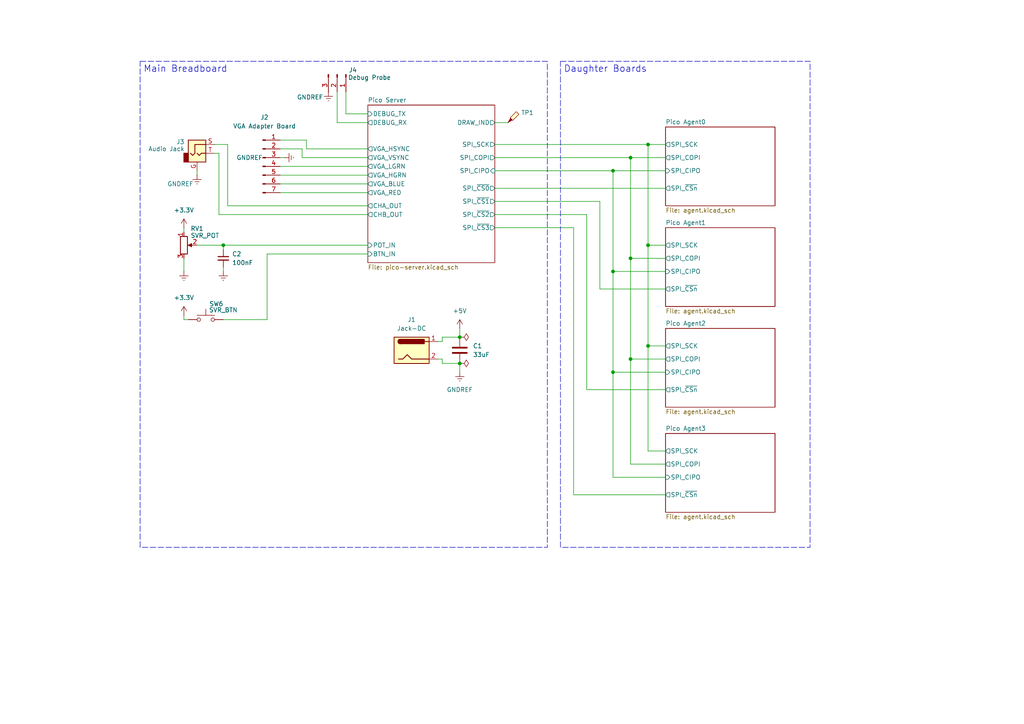
<source format=kicad_sch>
(kicad_sch (version 20250114) (generator "eeschema") (generator_version "9.0")
  (paper "A4")
  (title_block (title "Raspberry Pi Server-Based Game") (date "2025-10-31") (rev "1.0") (company "Cornell University - ECE4760 Final Project"))
  (lib_symbols
    (symbol "Connector:Conn_01x03_Pin" (pin_names (offset 1.016) (hide yes))
      (property "Reference" "J" (at 0 5.08 0))
      (property "Value" "Conn_01x03_Pin" (at 0 -5.08 0))
      (symbol "Conn_01x03_Pin_1_1"
        (rectangle (start 0.8636 2.667) (end 0 2.413) (stroke (width 0.1524)) (fill (type outline)))
        (rectangle (start 0.8636 0.127) (end 0 -0.127) (stroke (width 0.1524)) (fill (type outline)))
        (rectangle (start 0.8636 -2.413) (end 0 -2.667) (stroke (width 0.1524)) (fill (type outline)))
        (polyline (pts (xy 1.27 2.54) (xy 0.8636 2.54)) (stroke (width 0.1524)))
        (polyline (pts (xy 1.27 0) (xy 0.8636 0)) (stroke (width 0.1524)))
        (polyline (pts (xy 1.27 -2.54) (xy 0.8636 -2.54)) (stroke (width 0.1524)))
        (pin passive line (at 5.08 2.54 180) (length 3.81) (name "Pin_1") (number "1"))
        (pin passive line (at 5.08 0 180) (length 3.81) (name "Pin_2") (number "2"))
        (pin passive line (at 5.08 -2.54 180) (length 3.81) (name "Pin_3") (number "3"))
      )
    )
    (symbol "Connector:Conn_01x07_Pin" (pin_names (offset 1.016) (hide yes))
      (property "Reference" "J" (at 0 10.16 0))
      (property "Value" "Conn_01x07_Pin" (at 0 -10.16 0))
      (symbol "Conn_01x07_Pin_1_1"
        (rectangle (start 0.8636 7.747) (end 0 7.493) (stroke (width 0.1524)) (fill (type outline)))
        (rectangle (start 0.8636 5.207) (end 0 4.953) (stroke (width 0.1524)) (fill (type outline)))
        (rectangle (start 0.8636 2.667) (end 0 2.413) (stroke (width 0.1524)) (fill (type outline)))
        (rectangle (start 0.8636 0.127) (end 0 -0.127) (stroke (width 0.1524)) (fill (type outline)))
        (rectangle (start 0.8636 -2.413) (end 0 -2.667) (stroke (width 0.1524)) (fill (type outline)))
        (rectangle (start 0.8636 -4.953) (end 0 -5.207) (stroke (width 0.1524)) (fill (type outline)))
        (rectangle (start 0.8636 -7.493) (end 0 -7.747) (stroke (width 0.1524)) (fill (type outline)))
        (polyline (pts (xy 1.27 7.62) (xy 0.8636 7.62)) (stroke (width 0.1524)))
        (polyline (pts (xy 1.27 5.08) (xy 0.8636 5.08)) (stroke (width 0.1524)))
        (polyline (pts (xy 1.27 2.54) (xy 0.8636 2.54)) (stroke (width 0.1524)))
        (polyline (pts (xy 1.27 0) (xy 0.8636 0)) (stroke (width 0.1524)))
        (polyline (pts (xy 1.27 -2.54) (xy 0.8636 -2.54)) (stroke (width 0.1524)))
        (polyline (pts (xy 1.27 -5.08) (xy 0.8636 -5.08)) (stroke (width 0.1524)))
        (polyline (pts (xy 1.27 -7.62) (xy 0.8636 -7.62)) (stroke (width 0.1524)))
        (pin passive line (at 5.08 7.62 180) (length 3.81) (name "Pin_1") (number "1"))
        (pin passive line (at 5.08 5.08 180) (length 3.81) (name "Pin_2") (number "2"))
        (pin passive line (at 5.08 2.54 180) (length 3.81) (name "Pin_3") (number "3"))
        (pin passive line (at 5.08 0 180) (length 3.81) (name "Pin_4") (number "4"))
        (pin passive line (at 5.08 -2.54 180) (length 3.81) (name "Pin_5") (number "5"))
        (pin passive line (at 5.08 -5.08 180) (length 3.81) (name "Pin_6") (number "6"))
        (pin passive line (at 5.08 -7.62 180) (length 3.81) (name "Pin_7") (number "7"))
      )
    )
    (symbol "Connector:Jack-DC" (pin_names (offset 1.016))
      (property "Reference" "J" (at 0 5.334 0))
      (property "Value" "Jack-DC" (at 0 -5.08 0))
      (symbol "Jack-DC_0_1"
        (rectangle (start -5.08 3.81) (end 5.08 -3.81) (stroke (width 0.254)) (fill (type background)))
        (polyline (pts (xy -3.81 -2.54) (xy -2.54 -2.54) (xy -1.27 -1.27) (xy 0 -2.54) (xy 2.54 -2.54) (xy 5.08 -2.54)) (stroke (width 0.254)))
        (arc (start -3.302 1.905) (mid -3.9343 2.54) (end -3.302 3.175) (stroke (width 0.254)))
        (arc (start -3.302 1.905) (mid -3.9343 2.54) (end -3.302 3.175) (stroke (width 0.254)) (fill (type outline)))
        (rectangle (start 3.683 3.175) (end -3.302 1.905) (stroke (width 0.254)) (fill (type outline)))
        (polyline (pts (xy 5.08 2.54) (xy 3.81 2.54)) (stroke (width 0.254)))
      )
      (symbol "Jack-DC_1_1"
        (pin passive line (at 7.62 2.54 180) (length 2.54) (name "~") (number "1"))
        (pin passive line (at 7.62 -2.54 180) (length 2.54) (name "~") (number "2"))
      )
    )
    (symbol "Connector:TestPoint_Probe" (pin_numbers (hide yes)) (pin_names (offset 0.762) (hide yes))
      (property "Reference" "TP" (at 1.651 5.842 0))
      (property "Value" "TestPoint_Probe" (at 1.651 4.064 0))
      (symbol "TestPoint_Probe_0_1"
        (polyline (pts (xy 1.27 0.762) (xy 0 0) (xy 0.762 1.27) (xy 1.27 0.762)) (fill (type outline)))
        (polyline (pts (xy 1.397 0.635) (xy 0.635 1.397) (xy 2.413 3.175) (xy 3.175 2.413) (xy 1.397 0.635)) (fill (type background)))
      )
      (symbol "TestPoint_Probe_1_1"
        (pin passive line (at 0 0 90) (length 0) (name "1") (number "1"))
      )
    )
    (symbol "Connector_Audio:AudioJack2_Ground"
      (property "Reference" "J" (at 0 8.89 0))
      (property "Value" "AudioJack2_Ground" (at 0 6.35 0))
      (symbol "AudioJack2_Ground_0_1"
        (rectangle (start -2.54 -2.54) (end -3.81 0) (stroke (width 0.254)) (fill (type outline)))
        (polyline (pts (xy 0 0) (xy 0.635 -0.635) (xy 1.27 0) (xy 2.54 0)) (stroke (width 0.254)))
        (rectangle (start 2.54 3.81) (end -2.54 -2.54) (stroke (width 0.254)) (fill (type background)))
        (polyline (pts (xy 2.54 2.54) (xy -0.635 2.54) (xy -0.635 0) (xy -1.27 -0.635) (xy -1.905 0)) (stroke (width 0.254)))
      )
      (symbol "AudioJack2_Ground_1_1"
        (pin passive line (at 0 -5.08 90) (length 2.54) (name "~") (number "G"))
        (pin passive line (at 5.08 2.54 180) (length 2.54) (name "~") (number "S"))
        (pin passive line (at 5.08 0 180) (length 2.54) (name "~") (number "T"))
      )
    )
    (symbol "Device:C" (pin_numbers (hide yes)) (pin_names (offset 0.254))
      (property "Reference" "C" (at 0.635 2.54 0))
      (property "Value" "C" (at 0.635 -2.54 0))
      (symbol "C_0_1"
        (polyline (pts (xy -2.032 0.762) (xy 2.032 0.762)) (stroke (width 0.508)))
        (polyline (pts (xy -2.032 -0.762) (xy 2.032 -0.762)) (stroke (width 0.508)))
      )
      (symbol "C_1_1"
        (pin passive line (at 0 3.81 270) (length 2.794) (name "~") (number "1"))
        (pin passive line (at 0 -3.81 90) (length 2.794) (name "~") (number "2"))
      )
    )
    (symbol "Device:C_Small" (pin_numbers (hide yes)) (pin_names (offset 0.254) (hide yes))
      (property "Reference" "C" (at 0.254 1.778 0))
      (property "Value" "C_Small" (at 0.254 -2.032 0))
      (symbol "C_Small_0_1"
        (polyline (pts (xy -1.524 0.508) (xy 1.524 0.508)) (stroke (width 0.3048)))
        (polyline (pts (xy -1.524 -0.508) (xy 1.524 -0.508)) (stroke (width 0.3302)))
      )
      (symbol "C_Small_1_1"
        (pin passive line (at 0 2.54 270) (length 2.032) (name "~") (number "1"))
        (pin passive line (at 0 -2.54 90) (length 2.032) (name "~") (number "2"))
      )
    )
    (symbol "Device:R_Potentiometer" (pin_names (offset 1.016) (hide yes))
      (property "Reference" "RV" (at -4.445 0 90))
      (property "Value" "R_Potentiometer" (at -2.54 0 90))
      (symbol "R_Potentiometer_0_1"
        (rectangle (start 1.016 2.54) (end -1.016 -2.54) (stroke (width 0.254)))
        (polyline (pts (xy 1.143 0) (xy 2.286 0.508) (xy 2.286 -0.508) (xy 1.143 0)) (fill (type outline)))
        (polyline (pts (xy 2.54 0) (xy 1.524 0)))
      )
      (symbol "R_Potentiometer_1_1"
        (pin passive line (at 0 3.81 270) (length 1.27) (name "1") (number "1"))
        (pin passive line (at 0 -3.81 90) (length 1.27) (name "3") (number "3"))
        (pin passive line (at 3.81 0 180) (length 1.27) (name "2") (number "2"))
      )
    )
    (symbol "Switch:SW_Push" (pin_numbers (hide yes)) (pin_names (offset 1.016) (hide yes))
      (property "Reference" "SW" (at 1.27 2.54 0))
      (property "Value" "SW_Push" (at 0 -1.524 0))
      (symbol "SW_Push_0_1"
        (circle (center -2.032 0) (radius 0.508))
        (polyline (pts (xy 0 1.27) (xy 0 3.048)))
        (circle (center 2.032 0) (radius 0.508))
        (polyline (pts (xy 2.54 1.27) (xy -2.54 1.27)))
        (pin passive line (at -5.08 0 0) (length 2.54) (name "1") (number "1"))
        (pin passive line (at 5.08 0 180) (length 2.54) (name "2") (number "2"))
      )
    )
    (symbol "power:+3.3V" (power) (pin_numbers (hide yes)) (pin_names (offset 0) (hide yes))
      (property "Value" "+3.3V" (at 0 3.556 0))
      (symbol "+3.3V_0_1"
        (polyline (pts (xy -0.762 1.27) (xy 0 2.54)))
        (polyline (pts (xy 0 2.54) (xy 0.762 1.27)))
        (polyline (pts (xy 0 0) (xy 0 2.54)))
      )
      (symbol "+3.3V_1_1"
        (pin power_in line (at 0 0 90) (length 0) (name "~") (number "1"))
      )
    )
    (symbol "power:+5V" (power) (pin_numbers (hide yes)) (pin_names (offset 0) (hide yes))
      (property "Value" "+5V" (at 0 3.556 0))
      (symbol "+5V_0_1"
        (polyline (pts (xy -0.762 1.27) (xy 0 2.54)))
        (polyline (pts (xy 0 2.54) (xy 0.762 1.27)))
        (polyline (pts (xy 0 0) (xy 0 2.54)))
      )
      (symbol "+5V_1_1"
        (pin power_in line (at 0 0 90) (length 0) (name "~") (number "1"))
      )
    )
    (symbol "power:GNDREF" (power) (pin_numbers (hide yes)) (pin_names (offset 0) (hide yes))
      (property "Value" "GNDREF" (at 0 -3.81 0))
      (symbol "GNDREF_0_1"
        (polyline (pts (xy -0.635 -1.905) (xy 0.635 -1.905)))
        (polyline (pts (xy -0.127 -2.54) (xy 0.127 -2.54)))
        (polyline (pts (xy 0 -1.27) (xy 0 0)))
        (polyline (pts (xy 1.27 -1.27) (xy -1.27 -1.27)))
      )
      (symbol "GNDREF_1_1"
        (pin power_in line (at 0 0 270) (length 0) (name "~") (number "1"))
      )
    )
    (symbol "power:PWR_FLAG" (power) (pin_numbers (hide yes)) (pin_names (offset 0) (hide yes))
      (property "Value" "PWR_FLAG" (at 0 3.81 0))
      (symbol "PWR_FLAG_0_0"
        (pin power_out line (at 0 0 90) (length 0) (name "~") (number "1"))
      )
      (symbol "PWR_FLAG_0_1"
        (polyline (pts (xy 0 0) (xy 0 1.27) (xy -1.016 1.905) (xy 0 2.54) (xy 1.016 1.905) (xy 0 1.27)))
      )
    )
  )
  (text_box "Daughter Boards" (at 162.56 17.78 0) (size 72.39 140.97) (margins 0.9525 0.9525 0.9525 0.9525) (stroke (width 0) (type dash)) (effects (font (size 1.905 1.905)) (justify left top)))
  (text_box "Main Breadboard" (at 40.64 17.78 0) (size 118.11 140.97) (margins 0.9525 0.9525 0.9525 0.9525) (stroke (width 0) (type dash)) (effects (font (size 1.905 1.905)) (justify left top)))
  (junction (at 133.35 97.79))
  (junction (at 182.88 45.72))
  (junction (at 64.77 71.12))
  (junction (at 187.96 100.33))
  (junction (at 177.8 78.74))
  (junction (at 187.96 41.91))
  (junction (at 177.8 49.53))
  (junction (at 177.8 107.95))
  (junction (at 133.35 105.41))
  (junction (at 187.96 71.12))
  (junction (at 182.88 74.93))
  (junction (at 182.88 104.14))
  (wire (pts (xy 62.23 41.91) (xy 66.04 41.91)))
  (wire (pts (xy 187.96 71.12) (xy 187.96 41.91)))
  (wire (pts (xy 64.77 72.39) (xy 64.77 71.12)))
  (wire (pts (xy 77.47 92.71) (xy 77.47 73.66)))
  (wire (pts (xy 143.51 58.42) (xy 173.99 58.42)))
  (wire (pts (xy 100.33 33.02) (xy 106.68 33.02)))
  (wire (pts (xy 64.77 78.74) (xy 64.77 77.47)))
  (wire (pts (xy 81.28 50.8) (xy 106.68 50.8)))
  (wire (pts (xy 81.28 55.88) (xy 106.68 55.88)))
  (wire (pts (xy 187.96 130.81) (xy 187.96 100.33)))
  (wire (pts (xy 193.04 138.43) (xy 177.8 138.43)))
  (wire (pts (xy 187.96 71.12) (xy 193.04 71.12)))
  (wire (pts (xy 97.79 35.56) (xy 106.68 35.56)))
  (wire (pts (xy 170.18 62.23) (xy 170.18 113.03)))
  (wire (pts (xy 133.35 107.95) (xy 133.35 105.41)))
  (wire (pts (xy 53.34 74.93) (xy 53.34 78.74)))
  (wire (pts (xy 64.77 71.12) (xy 106.68 71.12)))
  (wire (pts (xy 128.27 104.14) (xy 127 104.14)))
  (wire (pts (xy 177.8 49.53) (xy 143.51 49.53)))
  (wire (pts (xy 182.88 104.14) (xy 182.88 74.93)))
  (wire (pts (xy 182.88 134.62) (xy 182.88 104.14)))
  (wire (pts (xy 133.35 97.79) (xy 128.27 97.79)))
  (wire (pts (xy 128.27 99.06) (xy 127 99.06)))
  (wire (pts (xy 97.79 35.56) (xy 97.79 26.67)))
  (wire (pts (xy 81.28 40.64) (xy 88.9 40.64)))
  (wire (pts (xy 177.8 107.95) (xy 193.04 107.95)))
  (wire (pts (xy 187.96 100.33) (xy 193.04 100.33)))
  (wire (pts (xy 87.63 43.18) (xy 87.63 45.72)))
  (wire (pts (xy 166.37 66.04) (xy 166.37 143.51)))
  (wire (pts (xy 53.34 66.04) (xy 53.34 67.31)))
  (wire (pts (xy 81.28 43.18) (xy 87.63 43.18)))
  (wire (pts (xy 182.88 74.93) (xy 193.04 74.93)))
  (wire (pts (xy 173.99 58.42) (xy 173.99 83.82)))
  (wire (pts (xy 87.63 45.72) (xy 106.68 45.72)))
  (wire (pts (xy 88.9 43.18) (xy 106.68 43.18)))
  (wire (pts (xy 170.18 113.03) (xy 193.04 113.03)))
  (wire (pts (xy 166.37 143.51) (xy 193.04 143.51)))
  (wire (pts (xy 77.47 73.66) (xy 106.68 73.66)))
  (wire (pts (xy 100.33 26.67) (xy 100.33 33.02)))
  (wire (pts (xy 63.5 62.23) (xy 106.68 62.23)))
  (wire (pts (xy 143.51 41.91) (xy 187.96 41.91)))
  (wire (pts (xy 88.9 40.64) (xy 88.9 43.18)))
  (wire (pts (xy 193.04 130.81) (xy 187.96 130.81)))
  (wire (pts (xy 193.04 134.62) (xy 182.88 134.62)))
  (wire (pts (xy 143.51 45.72) (xy 182.88 45.72)))
  (wire (pts (xy 53.34 92.71) (xy 54.61 92.71)))
  (wire (pts (xy 57.15 71.12) (xy 64.77 71.12)))
  (wire (pts (xy 177.8 107.95) (xy 177.8 78.74)))
  (wire (pts (xy 53.34 91.44) (xy 53.34 92.71)))
  (wire (pts (xy 177.8 78.74) (xy 177.8 49.53)))
  (wire (pts (xy 128.27 97.79) (xy 128.27 99.06)))
  (wire (pts (xy 62.23 44.45) (xy 63.5 44.45)))
  (wire (pts (xy 182.88 45.72) (xy 193.04 45.72)))
  (wire (pts (xy 66.04 41.91) (xy 66.04 59.69)))
  (wire (pts (xy 81.28 48.26) (xy 106.68 48.26)))
  (wire (pts (xy 143.51 62.23) (xy 170.18 62.23)))
  (wire (pts (xy 143.51 35.56) (xy 147.32 35.56)))
  (wire (pts (xy 173.99 83.82) (xy 193.04 83.82)))
  (wire (pts (xy 187.96 100.33) (xy 187.96 71.12)))
  (wire (pts (xy 128.27 105.41) (xy 128.27 104.14)))
  (wire (pts (xy 133.35 105.41) (xy 128.27 105.41)))
  (wire (pts (xy 177.8 49.53) (xy 193.04 49.53)))
  (wire (pts (xy 187.96 41.91) (xy 193.04 41.91)))
  (wire (pts (xy 143.51 66.04) (xy 166.37 66.04)))
  (wire (pts (xy 133.35 97.79) (xy 133.35 95.25)))
  (wire (pts (xy 177.8 138.43) (xy 177.8 107.95)))
  (wire (pts (xy 182.88 104.14) (xy 193.04 104.14)))
  (wire (pts (xy 143.51 54.61) (xy 193.04 54.61)))
  (wire (pts (xy 57.15 50.8) (xy 57.15 49.53)))
  (wire (pts (xy 82.55 45.72) (xy 81.28 45.72)))
  (wire (pts (xy 177.8 78.74) (xy 193.04 78.74)))
  (wire (pts (xy 182.88 74.93) (xy 182.88 45.72)))
  (wire (pts (xy 66.04 59.69) (xy 106.68 59.69)))
  (wire (pts (xy 81.28 53.34) (xy 106.68 53.34)))
  (wire (pts (xy 64.77 92.71) (xy 77.47 92.71)))
  (wire (pts (xy 63.5 44.45) (xy 63.5 62.23)))
  (symbol (lib_id "Connector:Jack-DC") (at 119.38 101.6 0) (unit 1)
    (property "Reference" "J1" (at 119.38 92.71 0))
    (property "Value" "Jack-DC" (at 119.38 95.25 0))
    (property "Description" "DC Barrel Jack" (effects (hide yes)))
  )
  (symbol (lib_id "Connector_Audio:AudioJack2_Ground") (at 57.15 44.45 0) (unit 1)
    (property "Reference" "J3" (at 52.324 41.148 0))
    (property "Value" "Audio Jack" (at 48.26 43.18 0))
    (property "Description" "Audio Jack, 2 Poles (Mono / TS), Grounded Sleeve" (effects (hide yes)))
  )
  (symbol (lib_id "power:+3.3V") (at 53.34 66.04 0) (unit 1)
    (property "Reference" "#PWR025" (effects (hide yes)))
    (property "Value" "+3.3V" (at 53.34 60.96 0))
    (property "Description" "Power symbol creates a global label with name \"+3.3V\"" (effects (hide yes)))
  )
  (symbol (lib_id "power:PWR_FLAG") (at 133.35 97.79 270) (unit 1)
    (property "Reference" "#FLG01" (effects (hide yes)))
    (property "Value" "PWR_FLAG" (effects (hide yes)))
    (property "Description" "Special symbol for telling ERC where power comes from" (effects (hide yes)))
  )
  (symbol (lib_id "Device:R_Potentiometer") (at 53.34 71.12 0) (unit 1)
    (property "Reference" "RV1" (at 57.15 66.294 0))
    (property "Value" "SVR_POT" (at 59.436 68.326 0))
    (property "Description" "Potentiometer" (effects (hide yes)))
  )
  (symbol (lib_id "power:GNDREF") (at 53.34 78.74 0) (unit 1)
    (property "Reference" "#PWR027" (effects (hide yes)))
    (property "Value" "GNDREF" (effects (hide yes)))
    (property "Description" "Power symbol creates a global label with name \"GNDREF\" , reference supply ground" (effects (hide yes)))
  )
  (symbol (lib_id "Connector:TestPoint_Probe") (at 147.32 35.56 0) (unit 1)
    (property "Reference" "TP1" (at 151.13 32.7024 0) (effects (justify left)))
    (property "Value" "TestPoint_Probe" (effects (hide yes)))
    (property "Description" "test point (alternative probe-style design)" (effects (hide yes)))
  )
  (symbol (lib_id "Connector:Conn_01x07_Pin") (at 76.2 48.26 0) (unit 1)
    (property "Reference" "J2" (at 76.708 34.036 0))
    (property "Value" "VGA Adapter Board" (at 76.708 36.576 0))
    (property "Description" "Generic connector, single row, 01x07, script generated" (effects (hide yes)))
  )
  (symbol (lib_id "power:GNDREF") (at 82.55 45.72 90) (unit 1)
    (property "Reference" "#PWR023" (effects (hide yes)))
    (property "Value" "GNDREF" (at 68.58 45.72 90) (effects (justify right)))
    (property "Description" "Power symbol creates a global label with name \"GNDREF\" , reference supply ground" (effects (hide yes)))
  )
  (symbol (lib_id "power:GNDREF") (at 133.35 107.95 0) (unit 1)
    (property "Reference" "#PWR05" (effects (hide yes)))
    (property "Value" "GNDREF" (at 133.35 113.03 0))
    (property "Description" "Power symbol creates a global label with name \"GNDREF\" , reference supply ground" (effects (hide yes)))
  )
  (symbol (lib_id "power:GNDREF") (at 64.77 78.74 0) (unit 1)
    (property "Reference" "#PWR028" (effects (hide yes)))
    (property "Value" "GNDREF" (effects (hide yes)))
    (property "Description" "Power symbol creates a global label with name \"GNDREF\" , reference supply ground" (effects (hide yes)))
  )
  (symbol (lib_id "power:GNDREF") (at 95.25 26.67 0) (unit 1)
    (property "Reference" "#PWR024" (effects (hide yes)))
    (property "Value" "GNDREF" (at 93.726 28.194 0) (effects (justify right)))
    (property "Description" "Power symbol creates a global label with name \"GNDREF\" , reference supply ground" (effects (hide yes)))
  )
  (symbol (lib_id "Device:C_Small") (at 64.77 74.93 0) (unit 1)
    (property "Reference" "C2" (at 67.31 73.6662 0) (effects (justify left)))
    (property "Value" "100nF" (at 67.31 76.2062 0) (effects (justify left)))
    (property "Description" "Unpolarized capacitor, small symbol" (effects (hide yes)))
  )
  (symbol (lib_id "Connector:Conn_01x03_Pin") (at 97.79 21.59 270) (unit 1)
    (property "Reference" "J4" (at 102.362 20.32 90))
    (property "Value" "Debug Probe" (at 107.188 22.479 90))
    (property "Description" "Generic connector, single row, 01x03, script generated" (effects (hide yes)))
  )
  (symbol (lib_id "power:GNDREF") (at 57.15 50.8 0) (unit 1)
    (property "Reference" "#PWR022" (effects (hide yes)))
    (property "Value" "GNDREF" (at 52.324 53.34 0))
    (property "Description" "Power symbol creates a global label with name \"GNDREF\" , reference supply ground" (effects (hide yes)))
  )
  (symbol (lib_id "power:+5V") (at 133.35 95.25 0) (unit 1)
    (property "Reference" "#PWR06" (effects (hide yes)))
    (property "Value" "+5V" (at 133.35 90.17 0))
    (property "Description" "Power symbol creates a global label with name \"+5V\"" (effects (hide yes)))
  )
  (symbol (lib_id "Device:C") (at 133.35 101.6 0) (unit 1)
    (property "Reference" "C1" (at 137.16 100.3299 0) (effects (justify left)))
    (property "Value" "33uF" (at 137.16 102.8699 0) (effects (justify left)))
    (property "Description" "Unpolarized capacitor" (effects (hide yes)))
  )
  (symbol (lib_id "power:+3.3V") (at 53.34 91.44 0) (unit 1)
    (property "Reference" "#PWR026" (effects (hide yes)))
    (property "Value" "+3.3V" (at 53.34 86.36 0))
    (property "Description" "Power symbol creates a global label with name \"+3.3V\"" (effects (hide yes)))
  )
  (symbol (lib_id "power:PWR_FLAG") (at 133.35 105.41 270) (unit 1)
    (property "Reference" "#FLG07" (effects (hide yes)))
    (property "Value" "PWR_FLAG" (effects (hide yes)))
    (property "Description" "Special symbol for telling ERC where power comes from" (effects (hide yes)))
  )
  (symbol (lib_id "Switch:SW_Push") (at 59.69 92.71 0) (unit 1)
    (property "Reference" "SW6" (at 62.738 88.138 0))
    (property "Value" "SVR_BTN" (at 64.77 89.916 0))
    (property "Description" "Push button switch, generic, two pins" (effects (hide yes)))
  )
  (sheet (at 106.68 30.48) (size 36.83 45.72) (stroke (width 0.1524))
    (property "Sheetname" "Pico Server" (at 106.68 29.7684 0) (effects (justify left bottom)))
    (property "Sheetfile" "pico-server.kicad_sch" (at 106.68 76.7846 0) (effects (justify left top)))
    (pin "SPI_CIPO" input (at 143.51 49.53 0))
    (pin "SPI_COPI" output (at 143.51 45.72 0))
    (pin "SPI_SCK" output (at 143.51 41.91 0))
    (pin "SPI_~{CS1}" output (at 143.51 58.42 0))
    (pin "SPI_~{CS0}" output (at 143.51 54.61 0))
    (pin "SPI_~{CS2}" output (at 143.51 62.23 0))
    (pin "SPI_~{CS3}" output (at 143.51 66.04 0))
    (pin "VGA_HSYNC" output (at 106.68 43.18 180))
    (pin "VGA_VSYNC" output (at 106.68 45.72 180))
    (pin "VGA_LGRN" output (at 106.68 48.26 180))
    (pin "VGA_HGRN" output (at 106.68 50.8 180))
    (pin "VGA_BLUE" output (at 106.68 53.34 180))
    (pin "VGA_RED" output (at 106.68 55.88 180))
    (pin "CHB_OUT" output (at 106.68 62.23 180))
    (pin "CHA_OUT" output (at 106.68 59.69 180))
    (pin "DEBUG_TX" input (at 106.68 33.02 180))
    (pin "DEBUG_RX" output (at 106.68 35.56 180))
    (pin "DRAW_IND" output (at 143.51 35.56 0))
    (pin "POT_IN" input (at 106.68 71.12 180))
    (pin "BTN_IN" input (at 106.68 73.66 180))
  )
  (sheet (at 193.04 125.73) (size 31.75 22.86) (stroke (width 0.1524))
    (property "Sheetname" "Pico Agent3" (at 193.04 125.0184 0) (effects (justify left bottom)))
    (property "Sheetfile" "agent.kicad_sch" (at 193.04 149.1746 0) (effects (justify left top)))
    (pin "SPI_CIPO" input (at 193.04 138.43 180))
    (pin "SPI_SCK" output (at 193.04 130.81 180))
    (pin "SPI_~{CSn}" output (at 193.04 143.51 180))
    (pin "SPI_COPI" output (at 193.04 134.62 180))
  )
  (sheet (at 193.04 36.83) (size 31.75 22.86) (stroke (width 0.1524))
    (property "Sheetname" "Pico Agent0" (at 193.04 36.1184 0) (effects (justify left bottom)))
    (property "Sheetfile" "agent.kicad_sch" (at 193.04 60.2746 0) (effects (justify left top)))
    (pin "SPI_CIPO" input (at 193.04 49.53 180))
    (pin "SPI_SCK" output (at 193.04 41.91 180))
    (pin "SPI_~{CSn}" output (at 193.04 54.61 180))
    (pin "SPI_COPI" output (at 193.04 45.72 180))
  )
  (sheet (at 193.04 95.25) (size 31.75 22.86) (stroke (width 0.1524))
    (property "Sheetname" "Pico Agent2" (at 193.04 94.5384 0) (effects (justify left bottom)))
    (property "Sheetfile" "agent.kicad_sch" (at 193.04 118.6946 0) (effects (justify left top)))
    (pin "SPI_CIPO" input (at 193.04 107.95 180))
    (pin "SPI_SCK" output (at 193.04 100.33 180))
    (pin "SPI_~{CSn}" output (at 193.04 113.03 180))
    (pin "SPI_COPI" output (at 193.04 104.14 180))
  )
  (sheet (at 193.04 66.04) (size 31.75 22.86) (stroke (width 0.1524))
    (property "Sheetname" "Pico Agent1" (at 193.04 65.3284 0) (effects (justify left bottom)))
    (property "Sheetfile" "agent.kicad_sch" (at 193.04 89.4846 0) (effects (justify left top)))
    (pin "SPI_CIPO" input (at 193.04 78.74 180))
    (pin "SPI_SCK" output (at 193.04 71.12 180))
    (pin "SPI_~{CSn}" output (at 193.04 83.82 180))
    (pin "SPI_COPI" output (at 193.04 74.93 180))
  )
)
</source>
